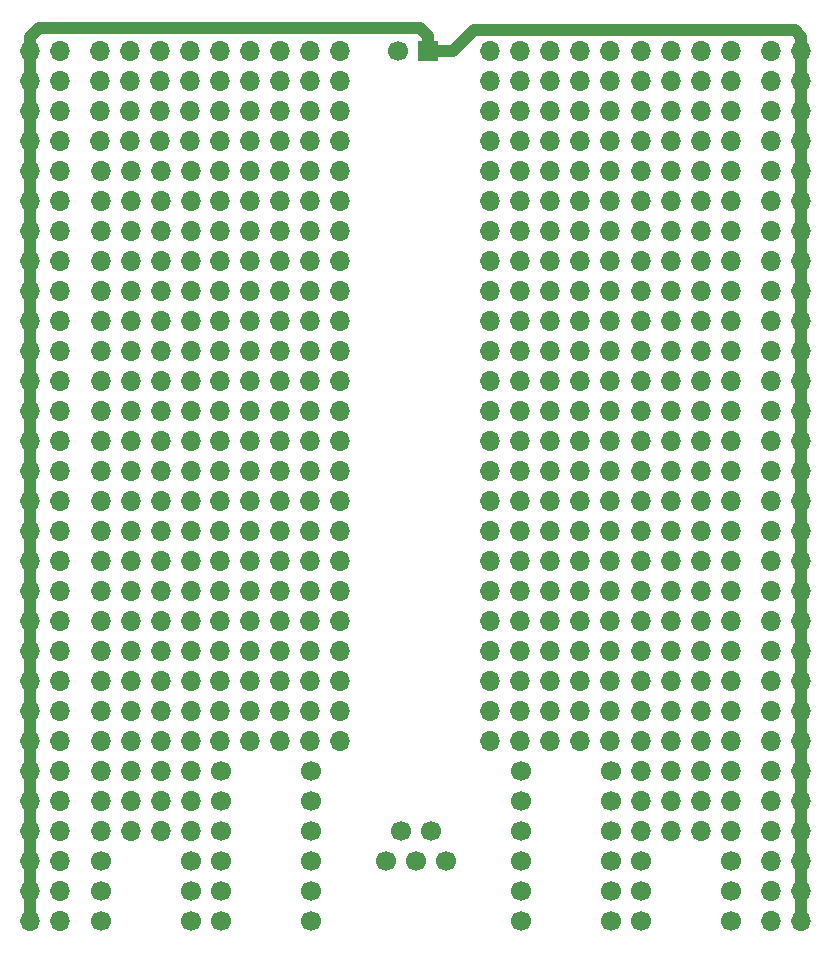
<source format=gbl>
G04 #@! TF.GenerationSoftware,KiCad,Pcbnew,9.0.1*
G04 #@! TF.CreationDate,2025-05-06T23:41:27-04:00*
G04 #@! TF.ProjectId,AltbierProto,416c7462-6965-4725-9072-6f746f2e6b69,rev?*
G04 #@! TF.SameCoordinates,Original*
G04 #@! TF.FileFunction,Copper,L2,Bot*
G04 #@! TF.FilePolarity,Positive*
%FSLAX46Y46*%
G04 Gerber Fmt 4.6, Leading zero omitted, Abs format (unit mm)*
G04 Created by KiCad (PCBNEW 9.0.1) date 2025-05-06 23:41:27*
%MOMM*%
%LPD*%
G01*
G04 APERTURE LIST*
G04 #@! TA.AperFunction,ComponentPad*
%ADD10O,1.700000X1.700000*%
G04 #@! TD*
G04 #@! TA.AperFunction,ComponentPad*
%ADD11R,1.700000X1.700000*%
G04 #@! TD*
G04 #@! TA.AperFunction,ComponentPad*
%ADD12C,1.700000*%
G04 #@! TD*
G04 #@! TA.AperFunction,Conductor*
%ADD13C,1.000000*%
G04 #@! TD*
G04 APERTURE END LIST*
D10*
X124590000Y-55295000D03*
X127130000Y-55295000D03*
X129670000Y-55295000D03*
X132210000Y-55295000D03*
X134750000Y-55295000D03*
X147450000Y-55295000D03*
X149990000Y-55295000D03*
X152530000Y-55295000D03*
X155070000Y-55295000D03*
X157610000Y-55295000D03*
X124590000Y-57835000D03*
X127130000Y-57835000D03*
X129670000Y-57835000D03*
X132210000Y-57835000D03*
X134750000Y-57835000D03*
X147450000Y-57835000D03*
X149990000Y-57835000D03*
X152530000Y-57835000D03*
X155070000Y-57835000D03*
X157610000Y-57835000D03*
X124590000Y-62915000D03*
X127130000Y-62915000D03*
X129670000Y-62915000D03*
X132210000Y-62915000D03*
X134750000Y-62915000D03*
X147450000Y-62915000D03*
X149990000Y-62915000D03*
X152530000Y-62915000D03*
X155070000Y-62915000D03*
X157610000Y-62915000D03*
X124590000Y-60375000D03*
X127130000Y-60375000D03*
X129670000Y-60375000D03*
X132210000Y-60375000D03*
X134750000Y-60375000D03*
X147450000Y-60375000D03*
X149990000Y-60375000D03*
X152530000Y-60375000D03*
X155070000Y-60375000D03*
X157610000Y-60375000D03*
X124590000Y-70535000D03*
X127130000Y-70535000D03*
X129670000Y-70535000D03*
X132210000Y-70535000D03*
X134750000Y-70535000D03*
X147450000Y-70535000D03*
X149990000Y-70535000D03*
X152530000Y-70535000D03*
X155070000Y-70535000D03*
X157610000Y-70535000D03*
X124590000Y-73075000D03*
X127130000Y-73075000D03*
X129670000Y-73075000D03*
X132210000Y-73075000D03*
X134750000Y-73075000D03*
X147450000Y-73075000D03*
X149990000Y-73075000D03*
X152530000Y-73075000D03*
X155070000Y-73075000D03*
X157610000Y-73075000D03*
X124590000Y-67995000D03*
X127130000Y-67995000D03*
X129670000Y-67995000D03*
X132210000Y-67995000D03*
X134750000Y-67995000D03*
X147450000Y-67995000D03*
X149990000Y-67995000D03*
X152530000Y-67995000D03*
X155070000Y-67995000D03*
X157610000Y-67995000D03*
X124590000Y-65455000D03*
X127130000Y-65455000D03*
X129670000Y-65455000D03*
X132210000Y-65455000D03*
X134750000Y-65455000D03*
X147450000Y-65455000D03*
X149990000Y-65455000D03*
X152530000Y-65455000D03*
X155070000Y-65455000D03*
X157610000Y-65455000D03*
X124590000Y-80695000D03*
X127130000Y-80695000D03*
X129670000Y-80695000D03*
X132210000Y-80695000D03*
X134750000Y-80695000D03*
X147450000Y-80695000D03*
X149990000Y-80695000D03*
X152530000Y-80695000D03*
X155070000Y-80695000D03*
X157610000Y-80695000D03*
X124590000Y-83235000D03*
X127130000Y-83235000D03*
X129670000Y-83235000D03*
X132210000Y-83235000D03*
X134750000Y-83235000D03*
X147450000Y-83235000D03*
X149990000Y-83235000D03*
X152530000Y-83235000D03*
X155070000Y-83235000D03*
X157610000Y-83235000D03*
X124590000Y-78155000D03*
X127130000Y-78155000D03*
X129670000Y-78155000D03*
X132210000Y-78155000D03*
X134750000Y-78155000D03*
X147450000Y-78155000D03*
X149990000Y-78155000D03*
X152530000Y-78155000D03*
X155070000Y-78155000D03*
X157610000Y-78155000D03*
X124590000Y-88315000D03*
X127130000Y-88315000D03*
X129670000Y-88315000D03*
X132210000Y-88315000D03*
X134750000Y-88315000D03*
X147450000Y-88315000D03*
X149990000Y-88315000D03*
X152530000Y-88315000D03*
X155070000Y-88315000D03*
X157610000Y-88315000D03*
X124590000Y-90855000D03*
X127130000Y-90855000D03*
X129670000Y-90855000D03*
X132210000Y-90855000D03*
X134750000Y-90855000D03*
X147450000Y-90855000D03*
X149990000Y-90855000D03*
X152530000Y-90855000D03*
X155070000Y-90855000D03*
X157610000Y-90855000D03*
X124590000Y-93395000D03*
X127130000Y-93395000D03*
X129670000Y-93395000D03*
X132210000Y-93395000D03*
X134750000Y-93395000D03*
X147450000Y-93395000D03*
X149990000Y-93395000D03*
X152530000Y-93395000D03*
X155070000Y-93395000D03*
X157610000Y-93395000D03*
X124590000Y-85775000D03*
X127130000Y-85775000D03*
X129670000Y-85775000D03*
X132210000Y-85775000D03*
X134750000Y-85775000D03*
X147450000Y-85775000D03*
X149990000Y-85775000D03*
X152530000Y-85775000D03*
X155070000Y-85775000D03*
X157610000Y-85775000D03*
X124590000Y-75615000D03*
X127130000Y-75615000D03*
X129670000Y-75615000D03*
X132210000Y-75615000D03*
X134750000Y-75615000D03*
X147450000Y-75615000D03*
X149990000Y-75615000D03*
X152530000Y-75615000D03*
X155070000Y-75615000D03*
X157610000Y-75615000D03*
X124590000Y-101015000D03*
X127130000Y-101015000D03*
X129670000Y-101015000D03*
X132210000Y-101015000D03*
X134750000Y-101015000D03*
X147450000Y-101015000D03*
X149990000Y-101015000D03*
X152530000Y-101015000D03*
X155070000Y-101015000D03*
X157610000Y-101015000D03*
X124590000Y-103555000D03*
X127130000Y-103555000D03*
X129670000Y-103555000D03*
X132210000Y-103555000D03*
X134750000Y-103555000D03*
X147450000Y-103555000D03*
X149990000Y-103555000D03*
X152530000Y-103555000D03*
X155070000Y-103555000D03*
X157610000Y-103555000D03*
X124590000Y-98475000D03*
X127130000Y-98475000D03*
X129670000Y-98475000D03*
X132210000Y-98475000D03*
X134750000Y-98475000D03*
X147450000Y-98475000D03*
X149990000Y-98475000D03*
X152530000Y-98475000D03*
X155070000Y-98475000D03*
X157610000Y-98475000D03*
X124590000Y-108635000D03*
X127130000Y-108635000D03*
X129670000Y-108635000D03*
X132210000Y-108635000D03*
X134750000Y-108635000D03*
X147450000Y-108635000D03*
X149990000Y-108635000D03*
X152530000Y-108635000D03*
X155070000Y-108635000D03*
X157610000Y-108635000D03*
X124590000Y-111175000D03*
X127130000Y-111175000D03*
X129670000Y-111175000D03*
X132210000Y-111175000D03*
X134750000Y-111175000D03*
X147450000Y-111175000D03*
X149990000Y-111175000D03*
X152530000Y-111175000D03*
X155070000Y-111175000D03*
X157610000Y-111175000D03*
X124590000Y-113715000D03*
X127130000Y-113715000D03*
X129670000Y-113715000D03*
X132210000Y-113715000D03*
X134750000Y-113715000D03*
X147450000Y-113715000D03*
X149990000Y-113715000D03*
X152530000Y-113715000D03*
X155070000Y-113715000D03*
X157610000Y-113715000D03*
X124590000Y-106095000D03*
X127130000Y-106095000D03*
X129670000Y-106095000D03*
X132210000Y-106095000D03*
X134750000Y-106095000D03*
X147450000Y-106095000D03*
X149990000Y-106095000D03*
X152530000Y-106095000D03*
X155070000Y-106095000D03*
X157610000Y-106095000D03*
X124590000Y-95935000D03*
X127130000Y-95935000D03*
X129670000Y-95935000D03*
X132210000Y-95935000D03*
X134750000Y-95935000D03*
X147450000Y-95935000D03*
X149990000Y-95935000D03*
X152530000Y-95935000D03*
X155070000Y-95935000D03*
X157610000Y-95935000D03*
X160180000Y-55300000D03*
X162720000Y-55300000D03*
X165260000Y-55300000D03*
X167800000Y-55300000D03*
X160180000Y-57840000D03*
X162720000Y-57840000D03*
X165260000Y-57840000D03*
X167800000Y-57840000D03*
X160180000Y-60380000D03*
X162720000Y-60380000D03*
X165260000Y-60380000D03*
X167800000Y-60380000D03*
X160180000Y-62920000D03*
X162720000Y-62920000D03*
X165260000Y-62920000D03*
X167800000Y-62920000D03*
X160190000Y-75620000D03*
X162730000Y-75620000D03*
X165270000Y-75620000D03*
X167810000Y-75620000D03*
X160190000Y-78160000D03*
X162730000Y-78160000D03*
X165270000Y-78160000D03*
X167810000Y-78160000D03*
X160190000Y-83240000D03*
X162730000Y-83240000D03*
X165270000Y-83240000D03*
X167810000Y-83240000D03*
X160190000Y-80700000D03*
X162730000Y-80700000D03*
X165270000Y-80700000D03*
X167810000Y-80700000D03*
X160190000Y-85780000D03*
X162730000Y-85780000D03*
X165270000Y-85780000D03*
X167810000Y-85780000D03*
X160200000Y-98480000D03*
X162740000Y-98480000D03*
X165280000Y-98480000D03*
X167820000Y-98480000D03*
X160200000Y-95940000D03*
X162740000Y-95940000D03*
X165280000Y-95940000D03*
X167820000Y-95940000D03*
X160190000Y-88320000D03*
X162730000Y-88320000D03*
X165270000Y-88320000D03*
X167810000Y-88320000D03*
X160190000Y-93400000D03*
X162730000Y-93400000D03*
X165270000Y-93400000D03*
X167810000Y-93400000D03*
X160200000Y-103560000D03*
X162740000Y-103560000D03*
X165280000Y-103560000D03*
X167820000Y-103560000D03*
X160190000Y-90860000D03*
X162730000Y-90860000D03*
X165270000Y-90860000D03*
X167810000Y-90860000D03*
X160200000Y-101020000D03*
X162740000Y-101020000D03*
X165280000Y-101020000D03*
X167820000Y-101020000D03*
X160200000Y-108640000D03*
X162740000Y-108640000D03*
X165280000Y-108640000D03*
X167820000Y-108640000D03*
X160200000Y-111180000D03*
X162740000Y-111180000D03*
X165280000Y-111180000D03*
X167820000Y-111180000D03*
X160200000Y-106100000D03*
X162740000Y-106100000D03*
X165280000Y-106100000D03*
X167820000Y-106100000D03*
X160200000Y-113720000D03*
X162740000Y-113720000D03*
X165280000Y-113720000D03*
X167820000Y-113720000D03*
X160190000Y-121340000D03*
X162730000Y-121340000D03*
X165270000Y-121340000D03*
X167810000Y-121340000D03*
X160190000Y-118800000D03*
X162730000Y-118800000D03*
X165270000Y-118800000D03*
X167810000Y-118800000D03*
X160190000Y-116260000D03*
X162730000Y-116260000D03*
X165270000Y-116260000D03*
X167810000Y-116260000D03*
X114440000Y-55330000D03*
X116980000Y-55330000D03*
X119520000Y-55330000D03*
X122060000Y-55330000D03*
X114450000Y-68030000D03*
X116990000Y-68030000D03*
X119530000Y-68030000D03*
X122070000Y-68030000D03*
X114450000Y-65490000D03*
X116990000Y-65490000D03*
X119530000Y-65490000D03*
X122070000Y-65490000D03*
X114440000Y-57870000D03*
X116980000Y-57870000D03*
X119520000Y-57870000D03*
X122060000Y-57870000D03*
X114440000Y-62950000D03*
X116980000Y-62950000D03*
X119520000Y-62950000D03*
X122060000Y-62950000D03*
X114450000Y-73110000D03*
X116990000Y-73110000D03*
X119530000Y-73110000D03*
X122070000Y-73110000D03*
X114440000Y-60410000D03*
X116980000Y-60410000D03*
X119520000Y-60410000D03*
X122060000Y-60410000D03*
X114450000Y-70570000D03*
X116990000Y-70570000D03*
X119530000Y-70570000D03*
X122070000Y-70570000D03*
X114450000Y-118830000D03*
X116990000Y-118830000D03*
X119530000Y-118830000D03*
X122070000Y-118830000D03*
X114460000Y-113750000D03*
X117000000Y-113750000D03*
X119540000Y-113750000D03*
X122080000Y-113750000D03*
X114450000Y-121370000D03*
X116990000Y-121370000D03*
X119530000Y-121370000D03*
X122070000Y-121370000D03*
X114450000Y-116290000D03*
X116990000Y-116290000D03*
X119530000Y-116290000D03*
X122070000Y-116290000D03*
X114460000Y-106130000D03*
X117000000Y-106130000D03*
X119540000Y-106130000D03*
X122080000Y-106130000D03*
X114450000Y-78190000D03*
X116990000Y-78190000D03*
X119530000Y-78190000D03*
X122070000Y-78190000D03*
X114460000Y-108670000D03*
X117000000Y-108670000D03*
X119540000Y-108670000D03*
X122080000Y-108670000D03*
X114450000Y-80730000D03*
X116990000Y-80730000D03*
X119530000Y-80730000D03*
X122070000Y-80730000D03*
X114450000Y-75650000D03*
X116990000Y-75650000D03*
X119530000Y-75650000D03*
X122070000Y-75650000D03*
X114460000Y-95970000D03*
X117000000Y-95970000D03*
X119540000Y-95970000D03*
X122080000Y-95970000D03*
X114460000Y-98510000D03*
X117000000Y-98510000D03*
X119540000Y-98510000D03*
X122080000Y-98510000D03*
X114450000Y-88350000D03*
X116990000Y-88350000D03*
X119530000Y-88350000D03*
X122070000Y-88350000D03*
X114450000Y-85810000D03*
X116990000Y-85810000D03*
X119530000Y-85810000D03*
X122070000Y-85810000D03*
X114450000Y-93430000D03*
X116990000Y-93430000D03*
X119530000Y-93430000D03*
X122070000Y-93430000D03*
X114460000Y-103590000D03*
X117000000Y-103590000D03*
X119540000Y-103590000D03*
X122080000Y-103590000D03*
X114450000Y-83270000D03*
X116990000Y-83270000D03*
X119530000Y-83270000D03*
X122070000Y-83270000D03*
X114450000Y-90890000D03*
X116990000Y-90890000D03*
X119530000Y-90890000D03*
X122070000Y-90890000D03*
X114460000Y-101050000D03*
X117000000Y-101050000D03*
X119540000Y-101050000D03*
X122080000Y-101050000D03*
X114460000Y-111210000D03*
X117000000Y-111210000D03*
X119540000Y-111210000D03*
X122080000Y-111210000D03*
X108460000Y-55320000D03*
X111000000Y-55320000D03*
X108460000Y-57860000D03*
X111000000Y-57860000D03*
X108460000Y-60400000D03*
X111000000Y-60400000D03*
X108460000Y-62940000D03*
X111000000Y-62940000D03*
X108460000Y-65480000D03*
X111000000Y-65480000D03*
X108460000Y-68020000D03*
X111000000Y-68020000D03*
X108460000Y-70560000D03*
X111000000Y-70560000D03*
X108460000Y-73100000D03*
X111000000Y-73100000D03*
X108460000Y-75640000D03*
X111000000Y-75640000D03*
X108460000Y-78180000D03*
X111000000Y-78180000D03*
X108460000Y-80720000D03*
X111000000Y-80720000D03*
X108460000Y-83260000D03*
X111000000Y-83260000D03*
X108460000Y-85800000D03*
X111000000Y-85800000D03*
X108460000Y-88340000D03*
X111000000Y-88340000D03*
X108460000Y-90880000D03*
X111000000Y-90880000D03*
X108460000Y-93420000D03*
X111000000Y-93420000D03*
X108460000Y-95960000D03*
X111000000Y-95960000D03*
X108460000Y-98500000D03*
X111000000Y-98500000D03*
X108460000Y-101040000D03*
X111000000Y-101040000D03*
X108460000Y-103580000D03*
X111000000Y-103580000D03*
X108460000Y-106120000D03*
X111000000Y-106120000D03*
X108460000Y-108660000D03*
X111000000Y-108660000D03*
X108460000Y-111200000D03*
X111000000Y-111200000D03*
X108460000Y-113740000D03*
X111000000Y-113740000D03*
X108460000Y-116280000D03*
X111000000Y-116280000D03*
X108460000Y-118820000D03*
X111000000Y-118820000D03*
X108460000Y-121360000D03*
X111000000Y-121360000D03*
X108460000Y-123900000D03*
X111000000Y-123900000D03*
X108460000Y-126440000D03*
X111000000Y-126440000D03*
X108460000Y-128980000D03*
X111000000Y-128980000D03*
X171240000Y-55320000D03*
X173780000Y-55320000D03*
X171240000Y-57860000D03*
X173780000Y-57860000D03*
X171240000Y-60400000D03*
X173780000Y-60400000D03*
X171240000Y-62940000D03*
X173780000Y-62940000D03*
X171240000Y-65480000D03*
X173780000Y-65480000D03*
X171240000Y-68020000D03*
X173780000Y-68020000D03*
X171240000Y-70560000D03*
X173780000Y-70560000D03*
X171240000Y-73100000D03*
X173780000Y-73100000D03*
X171240000Y-75640000D03*
X173780000Y-75640000D03*
X171240000Y-78180000D03*
X173780000Y-78180000D03*
X171240000Y-80720000D03*
X173780000Y-80720000D03*
X171240000Y-83260000D03*
X173780000Y-83260000D03*
X171240000Y-85800000D03*
X173780000Y-85800000D03*
X171240000Y-88340000D03*
X173780000Y-88340000D03*
X171240000Y-90880000D03*
X173780000Y-90880000D03*
X171240000Y-93420000D03*
X173780000Y-93420000D03*
X171240000Y-95960000D03*
X173780000Y-95960000D03*
X171240000Y-98500000D03*
X173780000Y-98500000D03*
X171240000Y-101040000D03*
X173780000Y-101040000D03*
X171240000Y-103580000D03*
X173780000Y-103580000D03*
X171240000Y-106120000D03*
X173780000Y-106120000D03*
X171240000Y-108660000D03*
X173780000Y-108660000D03*
X171240000Y-111200000D03*
X173780000Y-111200000D03*
X171240000Y-113740000D03*
X173780000Y-113740000D03*
X171240000Y-116280000D03*
X173780000Y-116280000D03*
X171240000Y-118820000D03*
X173780000Y-118820000D03*
X171240000Y-121360000D03*
X173780000Y-121360000D03*
X171240000Y-123900000D03*
X173780000Y-123900000D03*
X171240000Y-126440000D03*
X173780000Y-126440000D03*
X171240000Y-128980000D03*
X173780000Y-128980000D03*
D11*
X142190000Y-55320000D03*
D12*
X139650000Y-55320000D03*
X138580000Y-123870000D03*
X139850000Y-121330000D03*
X141120000Y-123870000D03*
X142390000Y-121330000D03*
X143660000Y-123870000D03*
X114450000Y-123900000D03*
X122070000Y-123900000D03*
X160200000Y-128960000D03*
X167820000Y-128960000D03*
X114450000Y-126430000D03*
X122070000Y-126430000D03*
X114450000Y-128970000D03*
X122070000Y-128970000D03*
X150040000Y-121330000D03*
X157660000Y-121330000D03*
X160200000Y-126420000D03*
X167820000Y-126420000D03*
X160200000Y-123880000D03*
X167820000Y-123880000D03*
X150040000Y-118790000D03*
X157660000Y-118790000D03*
X124610000Y-118840000D03*
X132230000Y-118840000D03*
X124610000Y-121380000D03*
X132230000Y-121380000D03*
X124610000Y-116300000D03*
X132230000Y-116300000D03*
X150040000Y-116250000D03*
X157660000Y-116250000D03*
X124610000Y-123900000D03*
X132230000Y-123900000D03*
X124610000Y-128970000D03*
X132230000Y-128970000D03*
X124610000Y-126430000D03*
X132230000Y-126430000D03*
X150040000Y-128970000D03*
X157660000Y-128970000D03*
X150040000Y-126430000D03*
X157660000Y-126430000D03*
X150040000Y-123890000D03*
X157660000Y-123890000D03*
D10*
X160190000Y-73080000D03*
X162730000Y-73080000D03*
X165270000Y-73080000D03*
X167810000Y-73080000D03*
X160190000Y-68000000D03*
X162730000Y-68000000D03*
X165270000Y-68000000D03*
X167810000Y-68000000D03*
X160190000Y-65460000D03*
X162730000Y-65460000D03*
X165270000Y-65460000D03*
X167810000Y-65460000D03*
X160190000Y-70540000D03*
X162730000Y-70540000D03*
X165270000Y-70540000D03*
X167810000Y-70540000D03*
D13*
X108460000Y-55320000D02*
X108460000Y-54117919D01*
X142190000Y-54070000D02*
X142190000Y-55320000D01*
X108460000Y-54117919D02*
X109227919Y-53350000D01*
X173780000Y-128980000D02*
X173780000Y-55320000D01*
X173780000Y-54117919D02*
X173222081Y-53560000D01*
X173780000Y-55320000D02*
X173780000Y-54117919D01*
X146070000Y-53560000D02*
X144310000Y-55320000D01*
X144310000Y-55320000D02*
X142190000Y-55320000D01*
X108460000Y-128980000D02*
X108460000Y-55320000D01*
X141470000Y-53350000D02*
X142190000Y-54070000D01*
X173222081Y-53560000D02*
X146070000Y-53560000D01*
X109227919Y-53350000D02*
X141470000Y-53350000D01*
M02*

</source>
